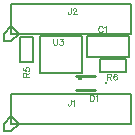
<source format=gto>
G04 DipTrace Beta 2.9.0.1*
G04 DUALopampTOP.GTO*
%MOIN*%
G04 #@! TF.FileFunction,Legend,Top*
G04 #@! TF.Part,Single*
%ADD10C,0.01*%
%ADD13C,0.005*%
%ADD15C,0.009433*%
%ADD20C,0.015746*%
%ADD12C,0.003*%
%FSLAX26Y26*%
G04*
G70*
G90*
G75*
G01*
G04 TopSilk*
%LPD*%
X251000Y222067D2*
D13*
X393000D1*
Y292933D1*
X251000D1*
Y222067D1*
X278194Y111379D2*
D10*
X215203D1*
X278194Y158621D2*
X215203D1*
D15*
X315202Y135000D3*
X400000Y0D2*
D13*
X-10D1*
X400000Y100000D2*
Y0D1*
X-10Y100000D2*
X400000D1*
X-10Y0D2*
Y100000D1*
X-25000Y0D2*
X-10Y25000D1*
X24980Y0D1*
X-10Y-25000D1*
X-25000D1*
Y0D1*
X400000Y300000D2*
X-10D1*
X400000Y400000D2*
Y300000D1*
X-10Y400000D2*
X400000D1*
X-10Y300000D2*
Y400000D1*
X-25000Y300000D2*
X-10Y325000D1*
X24980Y300000D1*
X-10Y275000D1*
X-25000D1*
Y300000D1*
X71654Y203654D2*
X28346D1*
Y289961D1*
X71654D1*
Y203654D1*
X381346Y214154D2*
X295039D1*
Y170846D1*
X381346D1*
Y214154D1*
X236496Y166910D2*
X94764D1*
Y292894D1*
X236496D1*
Y166910D1*
D20*
X228623Y151164D3*
X303687Y319947D2*
D12*
X302737Y321848D1*
X300813Y323772D1*
X298912Y324722D1*
X295087D1*
X293164Y323772D1*
X291263Y321848D1*
X290290Y319947D1*
X289339Y317073D1*
Y312276D1*
X290290Y309424D1*
X291263Y307500D1*
X293164Y305599D1*
X295087Y304626D1*
X298912D1*
X300813Y305599D1*
X302737Y307500D1*
X303687Y309424D1*
X309863Y320876D2*
X311787Y321848D1*
X314661Y324700D1*
Y304626D1*
X261062Y95411D2*
Y75315D1*
X267760D1*
X270634Y76287D1*
X272558Y78189D1*
X273508Y80112D1*
X274459Y82964D1*
Y87761D1*
X273508Y90635D1*
X272558Y92537D1*
X270634Y94460D1*
X267760Y95411D1*
X261062D1*
X280635Y91564D2*
X282558Y92537D1*
X285432Y95389D1*
Y75315D1*
X196800Y79289D2*
Y63991D1*
X195849Y61117D1*
X194876Y60166D1*
X192975Y59193D1*
X191052D1*
X189150Y60166D1*
X188200Y61117D1*
X187227Y63991D1*
Y65892D1*
X202975Y75442D2*
X204899Y76415D1*
X207773Y79267D1*
Y59193D1*
X197500Y384289D2*
Y368991D1*
X196549Y366117D1*
X195576Y365166D1*
X193675Y364193D1*
X191752D1*
X189851Y365166D1*
X188900Y366117D1*
X187927Y368991D1*
Y370892D1*
X204648Y379492D2*
Y380442D1*
X205599Y382366D1*
X206550Y383316D1*
X208473Y384267D1*
X212298D1*
X214199Y383316D1*
X215149Y382366D1*
X216122Y380442D1*
Y378541D1*
X215149Y376618D1*
X213248Y373766D1*
X203676Y364193D1*
X217073D1*
X48630Y155322D2*
Y163922D1*
X47657Y166796D1*
X46707Y167769D1*
X44805Y168719D1*
X42882D1*
X40981Y167769D1*
X40008Y166796D1*
X39057Y163922D1*
Y155322D1*
X59153D1*
X48630Y162021D2*
X59153Y168719D1*
X39079Y186369D2*
Y176818D1*
X47679Y175868D1*
X46729Y176818D1*
X45756Y179692D1*
Y182544D1*
X46729Y185418D1*
X48630Y187342D1*
X51504Y188292D1*
X53405D1*
X56279Y187342D1*
X58203Y185418D1*
X59153Y182544D1*
Y179692D1*
X58203Y176818D1*
X57230Y175868D1*
X55329Y174895D1*
X319694Y156370D2*
X328294D1*
X331168Y157343D1*
X332141Y158293D1*
X333091Y160195D1*
Y162118D1*
X332141Y164019D1*
X331168Y164992D1*
X328294Y165943D1*
X319694D1*
Y145847D1*
X326393Y156370D2*
X333091Y145847D1*
X350741Y163069D2*
X349790Y164970D1*
X346916Y165921D1*
X345015D1*
X342141Y164970D1*
X340218Y162096D1*
X339267Y157321D1*
Y152545D1*
X340218Y148721D1*
X342141Y146797D1*
X345015Y145847D1*
X345966D1*
X348818Y146797D1*
X350741Y148721D1*
X351692Y151595D1*
Y152545D1*
X350741Y155419D1*
X348818Y157321D1*
X345966Y158271D1*
X345015D1*
X342141Y157321D1*
X340218Y155419D1*
X339267Y152545D1*
X139145Y282183D2*
Y267835D1*
X140095Y264961D1*
X142019Y263060D1*
X144893Y262087D1*
X146794D1*
X149668Y263060D1*
X151591Y264961D1*
X152542Y267835D1*
Y282183D1*
X160641Y282161D2*
X171142D1*
X165416Y274512D1*
X168290D1*
X170192Y273561D1*
X171142Y272610D1*
X172115Y269736D1*
Y267835D1*
X171142Y264961D1*
X169241Y263038D1*
X166367Y262087D1*
X163493D1*
X160641Y263038D1*
X159691Y264010D1*
X158718Y265912D1*
M02*

</source>
